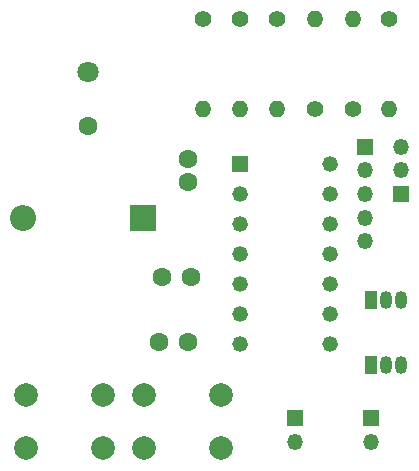
<source format=gbr>
%TF.GenerationSoftware,KiCad,Pcbnew,9.0.0*%
%TF.CreationDate,2025-03-19T20:29:17+00:00*%
%TF.ProjectId,gloves dryer,676c6f76-6573-4206-9472-7965722e6b69,rev?*%
%TF.SameCoordinates,Original*%
%TF.FileFunction,Soldermask,Bot*%
%TF.FilePolarity,Negative*%
%FSLAX46Y46*%
G04 Gerber Fmt 4.6, Leading zero omitted, Abs format (unit mm)*
G04 Created by KiCad (PCBNEW 9.0.0) date 2025-03-19 20:29:17*
%MOMM*%
%LPD*%
G01*
G04 APERTURE LIST*
%ADD10C,1.600000*%
%ADD11R,1.350000X1.350000*%
%ADD12O,1.350000X1.350000*%
%ADD13C,1.400000*%
%ADD14O,1.400000X1.400000*%
%ADD15R,1.050000X1.500000*%
%ADD16O,1.050000X1.500000*%
%ADD17R,1.320800X1.320800*%
%ADD18C,1.320800*%
%ADD19C,1.800000*%
%ADD20R,2.200000X2.200000*%
%ADD21O,2.200000X2.200000*%
%ADD22C,2.000000*%
G04 APERTURE END LIST*
D10*
%TO.C,C1*%
X177500000Y-66000000D03*
X177500000Y-64000000D03*
%TD*%
%TO.C,C2*%
X175250000Y-74000000D03*
X177750000Y-74000000D03*
%TD*%
D11*
%TO.C,J1*%
X195500000Y-67000000D03*
D12*
X195500000Y-65000000D03*
X195500000Y-63000000D03*
%TD*%
D13*
%TO.C,R2*%
X194500000Y-52190000D03*
D14*
X194500000Y-59810000D03*
%TD*%
D13*
%TO.C,R5*%
X181850000Y-52190000D03*
D14*
X181850000Y-59810000D03*
%TD*%
D13*
%TO.C,R3*%
X188200000Y-59800000D03*
D14*
X188200000Y-52180000D03*
%TD*%
D11*
%TO.C,J7*%
X193000000Y-86000000D03*
D12*
X193000000Y-88000000D03*
%TD*%
D11*
%TO.C,J5*%
X186500000Y-86000000D03*
D12*
X186500000Y-88000000D03*
%TD*%
D15*
%TO.C,Q1*%
X192960000Y-81500000D03*
D16*
X194230000Y-81500000D03*
X195500000Y-81500000D03*
%TD*%
D17*
%TO.C,U1*%
X181880000Y-64500000D03*
D18*
X181880000Y-67040000D03*
X181880000Y-69580000D03*
X181880000Y-72120000D03*
X181880000Y-74660000D03*
X181880000Y-77200000D03*
X181880000Y-79740000D03*
X189500000Y-79740000D03*
X189500000Y-77200000D03*
X189500000Y-74660000D03*
X189500000Y-72120000D03*
X189500000Y-69580000D03*
X189500000Y-67040000D03*
X189500000Y-64500000D03*
%TD*%
D11*
%TO.C,J6*%
X192500000Y-63000000D03*
D12*
X192500000Y-65000000D03*
X192500000Y-67000000D03*
X192500000Y-69000000D03*
X192500000Y-71000000D03*
%TD*%
D13*
%TO.C,R6*%
X178700000Y-52190000D03*
D14*
X178700000Y-59810000D03*
%TD*%
D13*
%TO.C,R4*%
X185000000Y-52190000D03*
D14*
X185000000Y-59810000D03*
%TD*%
D19*
%TO.C,J4*%
X169000000Y-56700000D03*
D10*
X169000000Y-61200000D03*
%TD*%
%TO.C,C3*%
X175000000Y-79500000D03*
X177500000Y-79500000D03*
%TD*%
D20*
%TO.C,D1*%
X173660000Y-69000000D03*
D21*
X163500000Y-69000000D03*
%TD*%
D22*
%TO.C,SW1*%
X173750000Y-84000000D03*
X180250000Y-84000000D03*
X173750000Y-88500000D03*
X180250000Y-88500000D03*
%TD*%
D13*
%TO.C,R1*%
X191400000Y-59800000D03*
D14*
X191400000Y-52180000D03*
%TD*%
D15*
%TO.C,Q2*%
X193000000Y-76000000D03*
D16*
X194270000Y-76000000D03*
X195540000Y-76000000D03*
%TD*%
D22*
%TO.C,SW2*%
X163750000Y-84000000D03*
X170250000Y-84000000D03*
X163750000Y-88500000D03*
X170250000Y-88500000D03*
%TD*%
M02*

</source>
